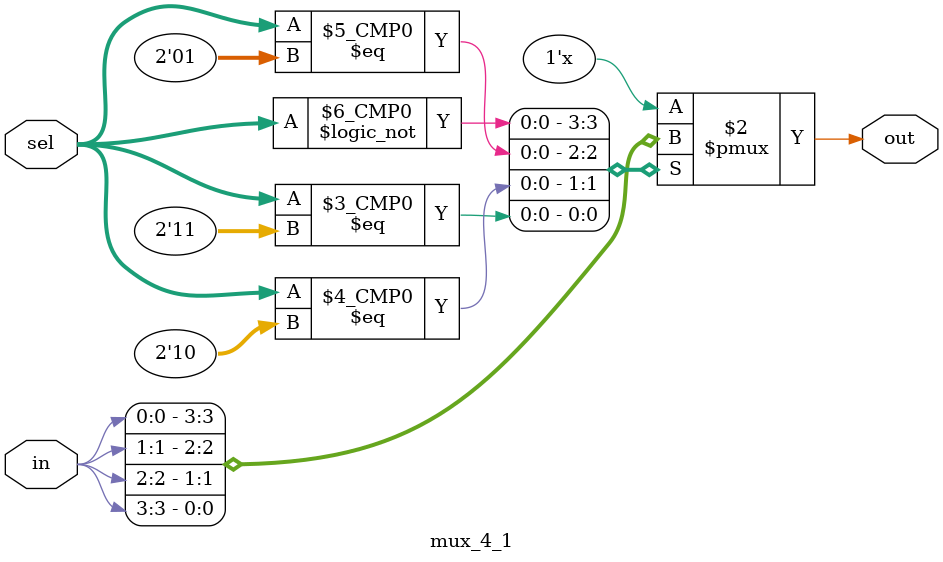
<source format=v>
  
 
module mux_4_1(
  input [3:0]in,
  input [1:0]sel,
  output reg out
);
  
  always @(*)begin
    
    case(sel)
      
      2'b00:out=in[0];
      2'b01:out=in[1];
      2'b10:out=in[2];
      2'b11:out=in[3];
      default:$display("invalid output");
      
    endcase
    
  end
  
endmodule

</source>
